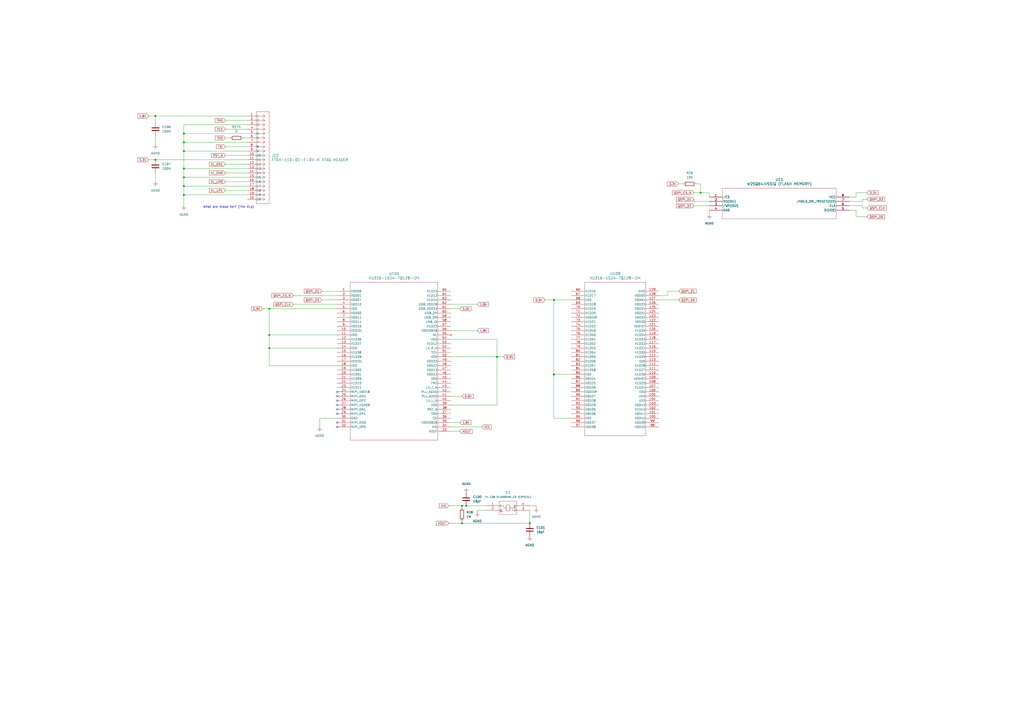
<source format=kicad_sch>
(kicad_sch (version 20231120) (generator "eeschema") (generator_version "8.0")
  (paper "A2")
  (title_block (title "XCORE") (company "Joshua Yu"))
  (lib_symbols
    (symbol "Device:C" (pin_numbers hide) (pin_names (offset 0.254))
      (property "Reference" "C" (at 0.635 2.54 0))
      (property "Value" "C" (at 0.635 -2.54 0))
      (symbol "C_0_1"
        (polyline (pts (xy -2.032 -0.762) (xy 2.032 -0.762)) (stroke (width 0.508)))
        (polyline (pts (xy -2.032 0.762) (xy 2.032 0.762)) (stroke (width 0.508)))
      )
      (symbol "C_1_1"
        (pin passive line (at 0 3.81 270) (length 2.794) (name "~") (number "1"))
        (pin passive line (at 0 -3.81 90) (length 2.794) (name "~") (number "2"))
      )
    )
    (symbol "Device:R" (pin_numbers hide) (pin_names (offset 0))
      (property "Reference" "R" (at 2.032 0 90))
      (property "Value" "R" (at 0 0 90))
      (symbol "R_0_1"
        (rectangle (start -1.016 -2.54) (end 1.016 2.54) (stroke (width 0.254)))
      )
      (symbol "R_1_1"
        (pin passive line (at 0 3.81 270) (length 1.27) (name "~") (number "1"))
        (pin passive line (at 0 -3.81 90) (length 1.27) (name "~") (number "2"))
      )
    )
    (symbol "SDLibrary:FA-238_24.0000MB-C0" (pin_names (offset 0.254))
      (property "Reference" "X" (at 12.7 7.62 0))
      (property "Value" "FA-238 24.0000MB-C0" (at 12.7 5.08 0))
      (symbol "FA-238_24.0000MB-C0_0_1"
        (polyline (pts (xy 7.62 -5.08) (xy 17.78 -5.08)) (stroke (width 0.127)))
        (polyline (pts (xy 7.62 -2.54) (xy 8.89 -2.54)) (stroke (width 0.127)))
        (polyline (pts (xy 7.62 2.54) (xy 7.62 -5.08)) (stroke (width 0.127)))
        (polyline (pts (xy 8.128 -3.302) (xy 9.652 -3.302)) (stroke (width 0.127)))
        (polyline (pts (xy 8.382 -3.556) (xy 9.398 -3.556)) (stroke (width 0.127)))
        (polyline (pts (xy 8.636 -3.81) (xy 9.144 -3.81)) (stroke (width 0.127)))
        (polyline (pts (xy 8.89 -2.54) (xy 8.89 -3.302)) (stroke (width 0.127)))
        (polyline (pts (xy 10.16 -1.27) (xy 10.16 0)) (stroke (width 0.127)))
        (polyline (pts (xy 10.16 0) (xy 7.62 0)) (stroke (width 0.127)))
        (polyline (pts (xy 11.43 -1.27) (xy 10.16 -1.27)) (stroke (width 0.127)))
        (polyline (pts (xy 11.43 0) (xy 11.43 -2.54)) (stroke (width 0.127)))
        (polyline (pts (xy 11.938 -3.048) (xy 13.462 -3.048)) (stroke (width 0.127)))
        (polyline (pts (xy 11.938 0.508) (xy 11.938 -3.048)) (stroke (width 0.127)))
        (polyline (pts (xy 13.462 -3.048) (xy 13.462 0.508)) (stroke (width 0.127)))
        (polyline (pts (xy 13.462 0.508) (xy 11.938 0.508)) (stroke (width 0.127)))
        (polyline (pts (xy 13.97 -1.27) (xy 15.24 -1.27)) (stroke (width 0.127)))
        (polyline (pts (xy 13.97 0) (xy 13.97 -2.54)) (stroke (width 0.127)))
        (polyline (pts (xy 15.24 -2.54) (xy 17.78 -2.54)) (stroke (width 0.127)))
        (polyline (pts (xy 15.24 -1.27) (xy 15.24 -2.54)) (stroke (width 0.127)))
        (polyline (pts (xy 16.51 0) (xy 16.51 -0.762)) (stroke (width 0.127)))
        (polyline (pts (xy 16.764 -1.27) (xy 16.256 -1.27)) (stroke (width 0.127)))
        (polyline (pts (xy 17.018 -1.016) (xy 16.002 -1.016)) (stroke (width 0.127)))
        (polyline (pts (xy 17.272 -0.762) (xy 15.748 -0.762)) (stroke (width 0.127)))
        (polyline (pts (xy 17.78 -5.08) (xy 17.78 2.54)) (stroke (width 0.127)))
        (polyline (pts (xy 17.78 0) (xy 16.51 0)) (stroke (width 0.127)))
        (polyline (pts (xy 17.78 2.54) (xy 7.62 2.54)) (stroke (width 0.127)))
        (pin unspecified line (at 0 0 0) (length 7.62) (name "1") (number "1"))
        (pin unspecified line (at 0 -2.54 0) (length 7.62) (name "2") (number "2"))
        (pin unspecified line (at 25.4 -2.54 180) (length 7.62) (name "3") (number "3"))
        (pin unspecified line (at 25.4 0 180) (length 7.62) (name "4") (number "4"))
      )
    )
    (symbol "SDLibrary:FTSH-110-01-F-DV-K" (pin_names (offset 0.254))
      (property "Reference" "J" (at 8.89 6.35 0))
      (property "Value" "FTSH-110-01-F-DV-K" (at 0 0 0))
      (symbol "FTSH-110-01-F-DV-K_0_1"
        (polyline (pts (xy 5.08 -50.8) (xy 12.7 -50.8)) (stroke (width 0.127)))
        (polyline (pts (xy 5.08 2.54) (xy 5.08 -50.8)) (stroke (width 0.127)))
        (polyline (pts (xy 10.16 -48.26) (xy 5.08 -48.26)) (stroke (width 0.127)))
        (polyline (pts (xy 10.16 -48.26) (xy 8.89 -49.1067)) (stroke (width 0.127)))
        (polyline (pts (xy 10.16 -48.26) (xy 8.89 -47.4133)) (stroke (width 0.127)))
        (polyline (pts (xy 10.16 -45.72) (xy 5.08 -45.72)) (stroke (width 0.127)))
        (polyline (pts (xy 10.16 -45.72) (xy 8.89 -46.5667)) (stroke (width 0.127)))
        (polyline (pts (xy 10.16 -45.72) (xy 8.89 -44.8733)) (stroke (width 0.127)))
        (polyline (pts (xy 10.16 -43.18) (xy 5.08 -43.18)) (stroke (width 0.127)))
        (polyline (pts (xy 10.16 -43.18) (xy 8.89 -44.0267)) (stroke (width 0.127)))
        (polyline (pts (xy 10.16 -43.18) (xy 8.89 -42.3333)) (stroke (width 0.127)))
        (polyline (pts (xy 10.16 -40.64) (xy 5.08 -40.64)) (stroke (width 0.127)))
        (polyline (pts (xy 10.16 -40.64) (xy 8.89 -41.4867)) (stroke (width 0.127)))
        (polyline (pts (xy 10.16 -40.64) (xy 8.89 -39.7933)) (stroke (width 0.127)))
        (polyline (pts (xy 10.16 -38.1) (xy 5.08 -38.1)) (stroke (width 0.127)))
        (polyline (pts (xy 10.16 -38.1) (xy 8.89 -38.9467)) (stroke (width 0.127)))
        (polyline (pts (xy 10.16 -38.1) (xy 8.89 -37.2533)) (stroke (width 0.127)))
        (polyline (pts (xy 10.16 -35.56) (xy 5.08 -35.56)) (stroke (width 0.127)))
        (polyline (pts (xy 10.16 -35.56) (xy 8.89 -36.4067)) (stroke (width 0.127)))
        (polyline (pts (xy 10.16 -35.56) (xy 8.89 -34.7133)) (stroke (width 0.127)))
        (polyline (pts (xy 10.16 -33.02) (xy 5.08 -33.02)) (stroke (width 0.127)))
        (polyline (pts (xy 10.16 -33.02) (xy 8.89 -33.8667)) (stroke (width 0.127)))
        (polyline (pts (xy 10.16 -33.02) (xy 8.89 -32.1733)) (stroke (width 0.127)))
        (polyline (pts (xy 10.16 -30.48) (xy 5.08 -30.48)) (stroke (width 0.127)))
        (polyline (pts (xy 10.16 -30.48) (xy 8.89 -31.3267)) (stroke (width 0.127)))
        (polyline (pts (xy 10.16 -30.48) (xy 8.89 -29.6333)) (stroke (width 0.127)))
        (polyline (pts (xy 10.16 -27.94) (xy 5.08 -27.94)) (stroke (width 0.127)))
        (polyline (pts (xy 10.16 -27.94) (xy 8.89 -28.7867)) (stroke (width 0.127)))
        (polyline (pts (xy 10.16 -27.94) (xy 8.89 -27.0933)) (stroke (width 0.127)))
        (polyline (pts (xy 10.16 -25.4) (xy 5.08 -25.4)) (stroke (width 0.127)))
        (polyline (pts (xy 10.16 -25.4) (xy 8.89 -26.2467)) (stroke (width 0.127)))
        (polyline (pts (xy 10.16 -25.4) (xy 8.89 -24.5533)) (stroke (width 0.127)))
        (polyline (pts (xy 10.16 -22.86) (xy 5.08 -22.86)) (stroke (width 0.127)))
        (polyline (pts (xy 10.16 -22.86) (xy 8.89 -23.7067)) (stroke (width 0.127)))
        (polyline (pts (xy 10.16 -22.86) (xy 8.89 -22.0133)) (stroke (width 0.127)))
        (polyline (pts (xy 10.16 -20.32) (xy 5.08 -20.32)) (stroke (width 0.127)))
        (polyline (pts (xy 10.16 -20.32) (xy 8.89 -21.1667)) (stroke (width 0.127)))
        (polyline (pts (xy 10.16 -20.32) (xy 8.89 -19.4733)) (stroke (width 0.127)))
        (polyline (pts (xy 10.16 -17.78) (xy 5.08 -17.78)) (stroke (width 0.127)))
        (polyline (pts (xy 10.16 -17.78) (xy 8.89 -18.6267)) (stroke (width 0.127)))
        (polyline (pts (xy 10.16 -17.78) (xy 8.89 -16.9333)) (stroke (width 0.127)))
        (polyline (pts (xy 10.16 -15.24) (xy 5.08 -15.24)) (stroke (width 0.127)))
        (polyline (pts (xy 10.16 -15.24) (xy 8.89 -16.0867)) (stroke (width 0.127)))
        (polyline (pts (xy 10.16 -15.24) (xy 8.89 -14.3933)) (stroke (width 0.127)))
        (polyline (pts (xy 10.16 -12.7) (xy 5.08 -12.7)) (stroke (width 0.127)))
        (polyline (pts (xy 10.16 -12.7) (xy 8.89 -13.5467)) (stroke (width 0.127)))
        (polyline (pts (xy 10.16 -12.7) (xy 8.89 -11.8533)) (stroke (width 0.127)))
        (polyline (pts (xy 10.16 -10.16) (xy 5.08 -10.16)) (stroke (width 0.127)))
        (polyline (pts (xy 10.16 -10.16) (xy 8.89 -11.0067)) (stroke (width 0.127)))
        (polyline (pts (xy 10.16 -10.16) (xy 8.89 -9.3133)) (stroke (width 0.127)))
        (polyline (pts (xy 10.16 -7.62) (xy 5.08 -7.62)) (stroke (width 0.127)))
        (polyline (pts (xy 10.16 -7.62) (xy 8.89 -8.4667)) (stroke (width 0.127)))
        (polyline (pts (xy 10.16 -7.62) (xy 8.89 -6.7733)) (stroke (width 0.127)))
        (polyline (pts (xy 10.16 -5.08) (xy 5.08 -5.08)) (stroke (width 0.127)))
        (polyline (pts (xy 10.16 -5.08) (xy 8.89 -5.9267)) (stroke (width 0.127)))
        (polyline (pts (xy 10.16 -5.08) (xy 8.89 -4.2333)) (stroke (width 0.127)))
        (polyline (pts (xy 10.16 -2.54) (xy 5.08 -2.54)) (stroke (width 0.127)))
        (polyline (pts (xy 10.16 -2.54) (xy 8.89 -3.3867)) (stroke (width 0.127)))
        (polyline (pts (xy 10.16 -2.54) (xy 8.89 -1.6933)) (stroke (width 0.127)))
        (polyline (pts (xy 10.16 0) (xy 5.08 0)) (stroke (width 0.127)))
        (polyline (pts (xy 10.16 0) (xy 8.89 -0.8467)) (stroke (width 0.127)))
        (polyline (pts (xy 10.16 0) (xy 8.89 0.8467)) (stroke (width 0.127)))
        (polyline (pts (xy 12.7 -50.8) (xy 12.7 2.54)) (stroke (width 0.127)))
        (polyline (pts (xy 12.7 2.54) (xy 5.08 2.54)) (stroke (width 0.127)))
        (pin unspecified line (at 0 0 0) (length 5.08) (name "1") (number "1"))
        (pin unspecified line (at 0 -22.86 0) (length 5.08) (name "10") (number "10"))
        (pin unspecified line (at 0 -25.4 0) (length 5.08) (name "11") (number "11"))
        (pin unspecified line (at 0 -27.94 0) (length 5.08) (name "12") (number "12"))
        (pin unspecified line (at 0 -30.48 0) (length 5.08) (name "13") (number "13"))
        (pin unspecified line (at 0 -33.02 0) (length 5.08) (name "14") (number "14"))
        (pin unspecified line (at 0 -35.56 0) (length 5.08) (name "15") (number "15"))
        (pin unspecified line (at 0 -38.1 0) (length 5.08) (name "16") (number "16"))
        (pin unspecified line (at 0 -40.64 0) (length 5.08) (name "17") (number "17"))
        (pin unspecified line (at 0 -43.18 0) (length 5.08) (name "18") (number "18"))
        (pin unspecified line (at 0 -45.72 0) (length 5.08) (name "19") (number "19"))
        (pin unspecified line (at 0 -2.54 0) (length 5.08) (name "2") (number "2"))
        (pin unspecified line (at 0 -48.26 0) (length 5.08) (name "20") (number "20"))
        (pin unspecified line (at 0 -5.08 0) (length 5.08) (name "3") (number "3"))
        (pin unspecified line (at 0 -7.62 0) (length 5.08) (name "4") (number "4"))
        (pin unspecified line (at 0 -10.16 0) (length 5.08) (name "5") (number "5"))
        (pin unspecified line (at 0 -12.7 0) (length 5.08) (name "6") (number "6"))
        (pin unspecified line (at 0 -15.24 0) (length 5.08) (name "7") (number "7"))
        (pin unspecified line (at 0 -17.78 0) (length 5.08) (name "8") (number "8"))
        (pin unspecified line (at 0 -20.32 0) (length 5.08) (name "9") (number "9"))
      )
    )
    (symbol "SDLibrary:W25Q64JVSSIQ" (pin_names (offset 0.254))
      (property "Reference" "U" (at 40.64 10.16 0))
      (property "Value" "W25Q64JVSSIQ" (at 40.64 7.62 0))
      (symbol "W25Q64JVSSIQ_0_1"
        (polyline (pts (xy 7.62 -12.7) (xy 73.66 -12.7)) (stroke (width 0.127)))
        (polyline (pts (xy 7.62 5.08) (xy 7.62 -12.7)) (stroke (width 0.127)))
        (polyline (pts (xy 73.66 -12.7) (xy 73.66 5.08)) (stroke (width 0.127)))
        (polyline (pts (xy 73.66 5.08) (xy 7.62 5.08)) (stroke (width 0.127)))
        (pin unspecified line (at 0 0 0) (length 7.62) (name "/CS") (number "1"))
        (pin unspecified line (at 0 -2.54 0) (length 7.62) (name "DO(IO1)") (number "2"))
        (pin unspecified line (at 0 -5.08 0) (length 7.62) (name "/WP(IO2)") (number "3"))
        (pin power_out line (at 0 -7.62 0) (length 7.62) (name "GND") (number "4"))
        (pin unspecified line (at 81.28 -7.62 180) (length 7.62) (name "DI(IO0)") (number "5"))
        (pin unspecified line (at 81.28 -5.08 180) (length 7.62) (name "CLK") (number "6"))
        (pin unspecified line (at 81.28 -2.54 180) (length 7.62) (name "/HOLD_OR_/RESET(IO3)") (number "7"))
        (pin power_in line (at 81.28 0 180) (length 7.62) (name "VCC") (number "8"))
      )
    )
    (symbol "SDLibrary:XU316-1024-TQ128-I24" (pin_names (offset 0.254))
      (property "Reference" "U" (at 33.02 10.16 0))
      (property "Value" "XU316-1024-TQ128-I24" (at 33.02 7.62 0))
      (symbol "XU316-1024-TQ128-I24_1_1"
        (polyline (pts (xy 7.62 -86.36) (xy 58.42 -86.36)) (stroke (width 0.127)))
        (polyline (pts (xy 7.62 5.08) (xy 7.62 -86.36)) (stroke (width 0.127)))
        (polyline (pts (xy 58.42 -86.36) (xy 58.42 5.08)) (stroke (width 0.127)))
        (polyline (pts (xy 58.42 5.08) (xy 7.62 5.08)) (stroke (width 0.127)))
        (pin bidirectional line (at 0 0 0) (length 7.62) (name "X0D06") (number "1"))
        (pin power_in line (at 0 -22.86 0) (length 7.62) (name "VDDIOL") (number "10"))
        (pin power_in line (at 0 -25.4 0) (length 7.62) (name "VDD") (number "11"))
        (pin bidirectional line (at 0 -27.94 0) (length 7.62) (name "X1D36") (number "12"))
        (pin bidirectional line (at 0 -30.48 0) (length 7.62) (name "X1D37") (number "13"))
        (pin power_in line (at 0 -33.02 0) (length 7.62) (name "VDD") (number "14"))
        (pin bidirectional line (at 0 -35.56 0) (length 7.62) (name "X1D38") (number "15"))
        (pin bidirectional line (at 0 -38.1 0) (length 7.62) (name "X1D39") (number "16"))
        (pin power_in line (at 0 -40.64 0) (length 7.62) (name "VDDIOL") (number "17"))
        (pin power_in line (at 0 -43.18 0) (length 7.62) (name "VDD") (number "18"))
        (pin bidirectional line (at 0 -45.72 0) (length 7.62) (name "X1D00") (number "19"))
        (pin bidirectional line (at 0 -2.54 0) (length 7.62) (name "X0D01") (number "2"))
        (pin bidirectional line (at 0 -48.26 0) (length 7.62) (name "X1D01") (number "20"))
        (pin bidirectional line (at 0 -50.8 0) (length 7.62) (name "X1D09") (number "21"))
        (pin bidirectional line (at 0 -53.34 0) (length 7.62) (name "X1D10") (number "22"))
        (pin bidirectional line (at 0 -55.88 0) (length 7.62) (name "X1D11") (number "23"))
        (pin power_in line (at 0 -58.42 0) (length 7.62) (name "MIPI_VDD18") (number "24"))
        (pin input line (at 0 -60.96 0) (length 7.62) (name "MIPI_DN2") (number "25"))
        (pin input line (at 0 -63.5 0) (length 7.62) (name "MIPI_DP2") (number "26"))
        (pin power_in line (at 0 -66.04 0) (length 7.62) (name "MIPI_VDD09") (number "27"))
        (pin input line (at 0 -68.58 0) (length 7.62) (name "MIPI_DN1") (number "28"))
        (pin input line (at 0 -71.12 0) (length 7.62) (name "MIPI_DP1") (number "29"))
        (pin bidirectional line (at 0 -5.08 0) (length 7.62) (name "X0D07") (number "3"))
        (pin power_out line (at 0 -73.66 0) (length 7.62) (name "GND") (number "30"))
        (pin input line (at 0 -76.2 0) (length 7.62) (name "MIPI_DN0") (number "31"))
        (pin input line (at 0 -78.74 0) (length 7.62) (name "MIPI_DP0") (number "32"))
        (pin output line (at 66.04 -81.28 180) (length 7.62) (name "XOUT") (number "33"))
        (pin input line (at 66.04 -78.74 180) (length 7.62) (name "XIN") (number "34"))
        (pin power_in line (at 66.04 -76.2 180) (length 7.62) (name "VDDIOB18") (number "35"))
        (pin input line (at 66.04 -73.66 180) (length 7.62) (name "TDI") (number "36"))
        (pin output line (at 66.04 -71.12 180) (length 7.62) (name "TDO") (number "37"))
        (pin input line (at 66.04 -68.58 180) (length 7.62) (name "RST_N") (number "38"))
        (pin power_in line (at 66.04 -66.04 180) (length 7.62) (name "VDD") (number "39"))
        (pin bidirectional line (at 0 -7.62 0) (length 7.62) (name "X0D10") (number "4"))
        (pin input line (at 66.04 -63.5 180) (length 7.62) (name "LV_L_N") (number "40"))
        (pin power_in line (at 66.04 -60.96 180) (length 7.62) (name "PLL_AVDD") (number "41"))
        (pin power_out line (at 66.04 -58.42 180) (length 7.62) (name "PLL_AGND") (number "42"))
        (pin input line (at 66.04 -55.88 180) (length 7.62) (name "LV_T_N") (number "43"))
        (pin input line (at 66.04 -53.34 180) (length 7.62) (name "TMS") (number "44"))
        (pin power_in line (at 66.04 -50.8 180) (length 7.62) (name "VDD") (number "45"))
        (pin bidirectional line (at 66.04 -48.26 180) (length 7.62) (name "X0D12") (number "46"))
        (pin bidirectional line (at 66.04 -45.72 180) (length 7.62) (name "X0D13") (number "47"))
        (pin bidirectional line (at 66.04 -43.18 180) (length 7.62) (name "X0D22") (number "48"))
        (pin bidirectional line (at 66.04 -40.64 180) (length 7.62) (name "X0D23") (number "49"))
        (pin power_in line (at 0 -10.16 0) (length 7.62) (name "VDD") (number "5"))
        (pin power_in line (at 66.04 -38.1 180) (length 7.62) (name "VDD") (number "50"))
        (pin input line (at 66.04 -35.56 180) (length 7.62) (name "TCK") (number "51"))
        (pin input line (at 66.04 -33.02 180) (length 7.62) (name "LV_R_N") (number "52"))
        (pin bidirectional line (at 66.04 -30.48 180) (length 7.62) (name "X1D12") (number "53"))
        (pin power_in line (at 66.04 -27.94 180) (length 7.62) (name "VDD") (number "54"))
        (pin no_connect line (at 66.04 -25.4 180) (length 7.62) (name "NC") (number "55"))
        (pin power_in line (at 66.04 -22.86 180) (length 7.62) (name "VDDIOB18") (number "56"))
        (pin bidirectional line (at 66.04 -20.32 180) (length 7.62) (name "X1D23") (number "57"))
        (pin input line (at 66.04 -17.78 180) (length 7.62) (name "USB_ID") (number "58"))
        (pin bidirectional line (at 66.04 -15.24 180) (length 7.62) (name "USB_DM") (number "59"))
        (pin bidirectional line (at 0 -12.7 0) (length 7.62) (name "X0D00") (number "6"))
        (pin bidirectional line (at 66.04 -12.7 180) (length 7.62) (name "USB_DP") (number "60"))
        (pin power_in line (at 66.04 -10.16 180) (length 7.62) (name "USB_VDD33") (number "61"))
        (pin power_in line (at 66.04 -7.62 180) (length 7.62) (name "USB_VDD18") (number "62"))
        (pin bidirectional line (at 66.04 -5.08 180) (length 7.62) (name "X1D14") (number "63"))
        (pin bidirectional line (at 66.04 -2.54 180) (length 7.62) (name "X1D13") (number "64"))
        (pin bidirectional line (at 66.04 0 180) (length 7.62) (name "X1D15") (number "65"))
        (pin bidirectional line (at 0 -15.24 0) (length 7.62) (name "X0D11") (number "7"))
        (pin bidirectional line (at 0 -17.78 0) (length 7.62) (name "X0D14") (number "8"))
        (pin bidirectional line (at 0 -20.32 0) (length 7.62) (name "X0D16") (number "9"))
      )
      (symbol "XU316-1024-TQ128-I24_2_1"
        (polyline (pts (xy 7.62 -83.82) (xy 43.18 -83.82)) (stroke (width 0.127)))
        (polyline (pts (xy 7.62 5.08) (xy 7.62 -83.82)) (stroke (width 0.127)))
        (polyline (pts (xy 43.18 -83.82) (xy 43.18 5.08)) (stroke (width 0.127)))
        (polyline (pts (xy 43.18 5.08) (xy 7.62 5.08)) (stroke (width 0.127)))
        (pin bidirectional line (at 50.8 -73.66 180) (length 7.62) (name "X0D42") (number "100"))
        (pin bidirectional line (at 50.8 -71.12 180) (length 7.62) (name "X0D41") (number "101"))
        (pin bidirectional line (at 50.8 -68.58 180) (length 7.62) (name "X1D43") (number "102"))
        (pin bidirectional line (at 50.8 -66.04 180) (length 7.62) (name "X0D43") (number "103"))
        (pin power_in line (at 50.8 -63.5 180) (length 7.62) (name "VDD") (number "104"))
        (pin power_in line (at 50.8 -60.96 180) (length 7.62) (name "VDD") (number "105"))
        (pin power_in line (at 50.8 -58.42 180) (length 7.62) (name "VDD") (number "106"))
        (pin bidirectional line (at 50.8 -55.88 180) (length 7.62) (name "X1D24") (number "107"))
        (pin bidirectional line (at 50.8 -53.34 180) (length 7.62) (name "X1D25") (number "108"))
        (pin power_in line (at 50.8 -50.8 180) (length 7.62) (name "VDDIOT") (number "109"))
        (pin bidirectional line (at 50.8 -48.26 180) (length 7.62) (name "X1D26") (number "110"))
        (pin bidirectional line (at 50.8 -45.72 180) (length 7.62) (name "X1D27") (number "111"))
        (pin bidirectional line (at 50.8 -43.18 180) (length 7.62) (name "X1D28") (number "112"))
        (pin power_in line (at 50.8 -40.64 180) (length 7.62) (name "VDD") (number "113"))
        (pin bidirectional line (at 50.8 -38.1 180) (length 7.62) (name "X1D29") (number "114"))
        (pin bidirectional line (at 50.8 -35.56 180) (length 7.62) (name "X1D30") (number "115"))
        (pin bidirectional line (at 50.8 -33.02 180) (length 7.62) (name "X1D31") (number "116"))
        (pin bidirectional line (at 50.8 -30.48 180) (length 7.62) (name "X1D32") (number "117"))
        (pin bidirectional line (at 50.8 -27.94 180) (length 7.62) (name "X1D33") (number "118"))
        (pin bidirectional line (at 50.8 -25.4 180) (length 7.62) (name "X1D34") (number "119"))
        (pin bidirectional line (at 50.8 -22.86 180) (length 7.62) (name "X1D35") (number "120"))
        (pin power_in line (at 50.8 -20.32 180) (length 7.62) (name "VDDIOT") (number "121"))
        (pin bidirectional line (at 50.8 -17.78 180) (length 7.62) (name "X0D30") (number "122"))
        (pin bidirectional line (at 50.8 -15.24 180) (length 7.62) (name "X0D32") (number "123"))
        (pin bidirectional line (at 50.8 -12.7 180) (length 7.62) (name "X0D31") (number "124"))
        (pin bidirectional line (at 50.8 -10.16 180) (length 7.62) (name "X0D34") (number "125"))
        (pin bidirectional line (at 50.8 -7.62 180) (length 7.62) (name "X0D33") (number "126"))
        (pin bidirectional line (at 50.8 -5.08 180) (length 7.62) (name "X0D04") (number "127"))
        (pin bidirectional line (at 50.8 -2.54 180) (length 7.62) (name "X0D05") (number "128"))
        (pin power_out line (at 50.8 0 180) (length 7.62) (name "GND") (number "129"))
        (pin bidirectional line (at 0 0 0) (length 7.62) (name "X1D16") (number "66"))
        (pin bidirectional line (at 0 -2.54 0) (length 7.62) (name "X1D17") (number "67"))
        (pin power_in line (at 0 -5.08 0) (length 7.62) (name "VDD") (number "68"))
        (pin bidirectional line (at 0 -7.62 0) (length 7.62) (name "X1D18") (number "69"))
        (pin bidirectional line (at 0 -10.16 0) (length 7.62) (name "X1D19") (number "70"))
        (pin bidirectional line (at 0 -12.7 0) (length 7.62) (name "X1D20") (number "71"))
        (pin power_in line (at 0 -15.24 0) (length 7.62) (name "VDDIOR") (number "72"))
        (pin bidirectional line (at 0 -17.78 0) (length 7.62) (name "X1D21") (number "73"))
        (pin bidirectional line (at 0 -20.32 0) (length 7.62) (name "X1D22") (number "74"))
        (pin bidirectional line (at 0 -22.86 0) (length 7.62) (name "X1D49") (number "75"))
        (pin bidirectional line (at 0 -25.4 0) (length 7.62) (name "X1D50") (number "76"))
        (pin bidirectional line (at 0 -27.94 0) (length 7.62) (name "X1D51") (number "77"))
        (pin bidirectional line (at 0 -30.48 0) (length 7.62) (name "X1D52") (number "78"))
        (pin bidirectional line (at 0 -33.02 0) (length 7.62) (name "X1D53") (number "79"))
        (pin bidirectional line (at 0 -35.56 0) (length 7.62) (name "X1D54") (number "80"))
        (pin bidirectional line (at 0 -38.1 0) (length 7.62) (name "X1D55") (number "81"))
        (pin bidirectional line (at 0 -40.64 0) (length 7.62) (name "X1D56") (number "82"))
        (pin bidirectional line (at 0 -43.18 0) (length 7.62) (name "X1D57") (number "83"))
        (pin bidirectional line (at 0 -45.72 0) (length 7.62) (name "X1D58") (number "84"))
        (pin power_in line (at 0 -48.26 0) (length 7.62) (name "VDD") (number "85"))
        (pin bidirectional line (at 0 -50.8 0) (length 7.62) (name "X0D24") (number "86"))
        (pin bidirectional line (at 0 -53.34 0) (length 7.62) (name "X0D25") (number "87"))
        (pin bidirectional line (at 0 -55.88 0) (length 7.62) (name "X0D26") (number "88"))
        (pin power_in line (at 0 -58.42 0) (length 7.62) (name "VDDIOR") (number "89"))
        (pin bidirectional line (at 0 -60.96 0) (length 7.62) (name "X0D27") (number "90"))
        (pin bidirectional line (at 0 -63.5 0) (length 7.62) (name "X0D28") (number "91"))
        (pin bidirectional line (at 0 -66.04 0) (length 7.62) (name "X0D29") (number "92"))
        (pin bidirectional line (at 0 -68.58 0) (length 7.62) (name "X0D35") (number "93"))
        (pin bidirectional line (at 0 -71.12 0) (length 7.62) (name "X0D36") (number "94"))
        (pin power_in line (at 0 -73.66 0) (length 7.62) (name "VDD") (number "95"))
        (pin bidirectional line (at 0 -76.2 0) (length 7.62) (name "X0D37") (number "96"))
        (pin bidirectional line (at 0 -78.74 0) (length 7.62) (name "X0D38") (number "97"))
        (pin bidirectional line (at 50.8 -78.74 180) (length 7.62) (name "X0D40") (number "98"))
        (pin bidirectional line (at 50.8 -76.2 180) (length 7.62) (name "X0D39") (number "99"))
      )
    )
    (symbol "power:Earth" (power) (pin_numbers hide) (pin_names (offset 0) hide)
      (property "Value" "Earth" (at 0 -3.81 0))
      (symbol "Earth_0_1"
        (polyline (pts (xy -0.635 -1.905) (xy 0.635 -1.905)))
        (polyline (pts (xy -0.127 -2.54) (xy 0.127 -2.54)))
        (polyline (pts (xy 0 -1.27) (xy 0 0)))
        (polyline (pts (xy 1.27 -1.27) (xy -1.27 -1.27)))
      )
      (symbol "Earth_1_1"
        (pin power_in line (at 0 0 270) (length 0) (name "~") (number "1"))
      )
    )
  )
  (junction (at 90.17 92.71))
  (junction (at 406.4 111.76))
  (junction (at 106.68 82.55))
  (junction (at 90.17 67.31))
  (junction (at 307.34 303.53))
  (junction (at 156.21 201.93))
  (junction (at 156.21 194.31))
  (junction (at 106.68 97.79))
  (junction (at 106.68 87.63))
  (junction (at 106.68 113.03))
  (junction (at 321.31 173.99))
  (junction (at 106.68 107.95))
  (junction (at 288.29 207.01))
  (junction (at 267.97 303.53))
  (junction (at 270.51 293.37))
  (junction (at 106.68 102.87))
  (junction (at 321.31 217.17))
  (junction (at 106.68 77.47))
  (junction (at 156.21 179.07))
  (junction (at 267.97 293.37))
  (no_connect (at 195.58 240.03))
  (no_connect (at 195.58 237.49))
  (no_connect (at 195.58 227.33))
  (no_connect (at 195.58 247.65))
  (no_connect (at 195.58 229.87))
  (no_connect (at 195.58 232.41))
  (no_connect (at 195.58 234.95))
  (no_connect (at 195.58 245.11))
  (wire (pts (xy 170.18 176.53) (xy 195.58 176.53)))
  (wire (pts (xy 288.29 234.95) (xy 288.29 207.01)))
  (wire (pts (xy 186.69 173.99) (xy 195.58 173.99)))
  (wire (pts (xy 288.29 196.85) (xy 288.29 207.01)))
  (wire (pts (xy 106.68 87.63) (xy 143.51 87.63)))
  (wire (pts (xy 186.69 168.91) (xy 195.58 168.91)))
  (wire (pts (xy 267.97 293.37) (xy 270.51 293.37)))
  (wire (pts (xy 156.21 194.31) (xy 195.58 194.31)))
  (wire (pts (xy 260.35 293.37) (xy 267.97 293.37)))
  (wire (pts (xy 260.35 303.53) (xy 267.97 303.53)))
  (wire (pts (xy 331.47 217.17) (xy 321.31 217.17)))
  (wire (pts (xy 406.4 111.76) (xy 411.48 111.76)))
  (wire (pts (xy 130.81 105.41) (xy 143.51 105.41)))
  (wire (pts (xy 130.81 95.25) (xy 143.51 95.25)))
  (wire (pts (xy 496.57 111.76) (xy 502.92 111.76)))
  (wire (pts (xy 156.21 194.31) (xy 156.21 201.93)))
  (wire (pts (xy 106.68 107.95) (xy 106.68 113.03)))
  (wire (pts (xy 261.62 179.07) (xy 266.7 179.07)))
  (wire (pts (xy 492.76 121.92) (xy 496.57 121.92)))
  (wire (pts (xy 130.81 90.17) (xy 143.51 90.17)))
  (wire (pts (xy 156.21 201.93) (xy 195.58 201.93)))
  (wire (pts (xy 106.68 97.79) (xy 143.51 97.79)))
  (wire (pts (xy 267.97 293.37) (xy 267.97 294.64)))
  (wire (pts (xy 261.62 191.77) (xy 276.86 191.77)))
  (wire (pts (xy 143.51 72.39) (xy 106.68 72.39)))
  (wire (pts (xy 185.42 242.57) (xy 185.42 247.65)))
  (wire (pts (xy 106.68 87.63) (xy 106.68 97.79)))
  (wire (pts (xy 86.36 92.71) (xy 90.17 92.71)))
  (wire (pts (xy 500.38 120.65) (xy 502.92 120.65)))
  (wire (pts (xy 90.17 67.31) (xy 143.51 67.31)))
  (wire (pts (xy 387.35 168.91) (xy 387.35 171.45)))
  (wire (pts (xy 261.62 176.53) (xy 276.86 176.53)))
  (wire (pts (xy 288.29 207.01) (xy 292.1 207.01)))
  (wire (pts (xy 316.23 173.99) (xy 321.31 173.99)))
  (wire (pts (xy 106.68 72.39) (xy 106.68 77.47)))
  (wire (pts (xy 492.76 114.3) (xy 496.57 114.3)))
  (wire (pts (xy 270.51 293.37) (xy 281.94 293.37)))
  (wire (pts (xy 261.62 245.11) (xy 266.7 245.11)))
  (wire (pts (xy 307.34 293.37) (xy 311.15 293.37)))
  (wire (pts (xy 156.21 201.93) (xy 156.21 212.09)))
  (wire (pts (xy 500.38 115.57) (xy 502.92 115.57)))
  (wire (pts (xy 402.59 115.57) (xy 402.59 116.84)))
  (wire (pts (xy 90.17 92.71) (xy 143.51 92.71)))
  (wire (pts (xy 393.7 168.91) (xy 387.35 168.91)))
  (wire (pts (xy 261.62 229.87) (xy 267.97 229.87)))
  (wire (pts (xy 152.4 179.07) (xy 156.21 179.07)))
  (wire (pts (xy 496.57 125.73) (xy 502.92 125.73)))
  (wire (pts (xy 276.86 295.91) (xy 281.94 295.91)))
  (wire (pts (xy 411.48 111.76) (xy 411.48 114.3)))
  (wire (pts (xy 382.27 173.99) (xy 393.7 173.99)))
  (wire (pts (xy 86.36 67.31) (xy 90.17 67.31)))
  (wire (pts (xy 90.17 78.74) (xy 90.17 83.82)))
  (wire (pts (xy 261.62 207.01) (xy 288.29 207.01)))
  (wire (pts (xy 307.34 303.53) (xy 307.34 295.91)))
  (wire (pts (xy 496.57 121.92) (xy 496.57 125.73)))
  (wire (pts (xy 492.76 119.38) (xy 500.38 119.38)))
  (wire (pts (xy 321.31 173.99) (xy 331.47 173.99)))
  (wire (pts (xy 402.59 116.84) (xy 411.48 116.84)))
  (wire (pts (xy 403.86 106.68) (xy 406.4 106.68)))
  (wire (pts (xy 106.68 102.87) (xy 106.68 107.95)))
  (wire (pts (xy 106.68 77.47) (xy 143.51 77.47)))
  (wire (pts (xy 156.21 179.07) (xy 156.21 194.31)))
  (wire (pts (xy 261.62 196.85) (xy 288.29 196.85)))
  (wire (pts (xy 106.68 77.47) (xy 106.68 82.55)))
  (wire (pts (xy 321.31 242.57) (xy 321.31 217.17)))
  (wire (pts (xy 143.51 82.55) (xy 106.68 82.55)))
  (wire (pts (xy 156.21 179.07) (xy 195.58 179.07)))
  (wire (pts (xy 106.68 82.55) (xy 106.68 87.63)))
  (wire (pts (xy 130.81 100.33) (xy 143.51 100.33)))
  (wire (pts (xy 195.58 242.57) (xy 185.42 242.57)))
  (wire (pts (xy 170.18 171.45) (xy 195.58 171.45)))
  (wire (pts (xy 106.68 107.95) (xy 143.51 107.95)))
  (wire (pts (xy 106.68 113.03) (xy 143.51 113.03)))
  (wire (pts (xy 406.4 111.76) (xy 406.4 106.68)))
  (wire (pts (xy 411.48 121.92) (xy 411.48 124.46)))
  (wire (pts (xy 143.51 102.87) (xy 106.68 102.87)))
  (wire (pts (xy 106.68 97.79) (xy 106.68 102.87)))
  (wire (pts (xy 90.17 100.33) (xy 90.17 105.41)))
  (wire (pts (xy 393.7 106.68) (xy 396.24 106.68)))
  (wire (pts (xy 261.62 250.19) (xy 266.7 250.19)))
  (wire (pts (xy 500.38 116.84) (xy 500.38 115.57)))
  (wire (pts (xy 276.86 295.91) (xy 276.86 297.18)))
  (wire (pts (xy 106.68 113.03) (xy 106.68 119.38)))
  (wire (pts (xy 156.21 212.09) (xy 195.58 212.09)))
  (wire (pts (xy 130.81 110.49) (xy 143.51 110.49)))
  (wire (pts (xy 261.62 247.65) (xy 279.4 247.65)))
  (wire (pts (xy 140.97 80.01) (xy 143.51 80.01)))
  (wire (pts (xy 90.17 67.31) (xy 90.17 71.12)))
  (wire (pts (xy 402.59 111.76) (xy 406.4 111.76)))
  (wire (pts (xy 331.47 242.57) (xy 321.31 242.57)))
  (wire (pts (xy 130.81 69.85) (xy 143.51 69.85)))
  (wire (pts (xy 130.81 80.01) (xy 133.35 80.01)))
  (wire (pts (xy 130.81 85.09) (xy 143.51 85.09)))
  (wire (pts (xy 130.81 74.93) (xy 143.51 74.93)))
  (wire (pts (xy 311.15 293.37) (xy 311.15 294.64)))
  (wire (pts (xy 267.97 302.26) (xy 267.97 303.53)))
  (wire (pts (xy 321.31 217.17) (xy 321.31 173.99)))
  (wire (pts (xy 496.57 114.3) (xy 496.57 111.76)))
  (wire (pts (xy 492.76 116.84) (xy 500.38 116.84)))
  (wire (pts (xy 267.97 303.53) (xy 307.34 303.53)))
  (wire (pts (xy 500.38 119.38) (xy 500.38 120.65)))
  (wire (pts (xy 387.35 171.45) (xy 382.27 171.45)))
  (wire (pts (xy 261.62 234.95) (xy 288.29 234.95)))
  (wire (pts (xy 402.59 119.38) (xy 411.48 119.38)))
  (text "What are these for? (The XLs)" (at 132.588 120.142 0) (effects (font (size 1.27 1.27))))
  (global_label "TMS" (shape input) (at 130.81 69.85 180) (property "Intersheetrefs" "${INTERSHEET_REFS}" (effects (hide yes))))
  (global_label "TCK" (shape input) (at 130.81 74.93 180) (property "Intersheetrefs" "${INTERSHEET_REFS}" (effects (hide yes))))
  (global_label "XL_DN0" (shape input) (at 130.81 100.33 180) (property "Intersheetrefs" "${INTERSHEET_REFS}" (effects (hide yes))))
  (global_label "TDI" (shape input) (at 130.81 85.09 180) (property "Intersheetrefs" "${INTERSHEET_REFS}" (effects (hide yes))))
  (global_label "1.8V" (shape input) (at 276.86 191.77 0) (property "Intersheetrefs" "${INTERSHEET_REFS}" (effects (hide yes))))
  (global_label "QSPI_CLK" (shape input) (at 170.18 176.53 180) (property "Intersheetrefs" "${INTERSHEET_REFS}" (effects (hide yes))))
  (global_label "RST_N" (shape input) (at 130.81 90.17 180) (property "Intersheetrefs" "${INTERSHEET_REFS}" (effects (hide yes))))
  (global_label "XOUT" (shape input) (at 260.35 303.53 180) (property "Intersheetrefs" "${INTERSHEET_REFS}" (effects (hide yes))))
  (global_label "TDO" (shape input) (at 130.81 80.01 180) (property "Intersheetrefs" "${INTERSHEET_REFS}" (effects (hide yes))))
  (global_label "3.3V" (shape input) (at 86.36 92.71 180) (property "Intersheetrefs" "${INTERSHEET_REFS}" (effects (hide yes))))
  (global_label "1.8V" (shape input) (at 86.36 67.31 180) (property "Intersheetrefs" "${INTERSHEET_REFS}" (effects (hide yes))))
  (global_label "XL_UP0" (shape input) (at 130.81 105.41 180) (property "Intersheetrefs" "${INTERSHEET_REFS}" (effects (hide yes))))
  (global_label "QSPI_CS_N" (shape input) (at 402.59 111.76 180) (property "Intersheetrefs" "${INTERSHEET_REFS}" (effects (hide yes))))
  (global_label "3.3V" (shape input) (at 502.92 111.76 0) (property "Intersheetrefs" "${INTERSHEET_REFS}" (effects (hide yes))))
  (global_label "QSPI_CLK" (shape input) (at 502.92 120.65 0) (property "Intersheetrefs" "${INTERSHEET_REFS}" (effects (hide yes))))
  (global_label "1.8V" (shape input) (at 266.7 245.11 0) (property "Intersheetrefs" "${INTERSHEET_REFS}" (effects (hide yes))))
  (global_label "0.9V" (shape input) (at 267.97 229.87 0) (property "Intersheetrefs" "${INTERSHEET_REFS}" (effects (hide yes))))
  (global_label "XL_UP1" (shape input) (at 130.81 110.49 180) (property "Intersheetrefs" "${INTERSHEET_REFS}" (effects (hide yes))))
  (global_label "XIN" (shape input) (at 279.4 247.65 0) (property "Intersheetrefs" "${INTERSHEET_REFS}" (effects (hide yes))))
  (global_label "QSPI_CS_N" (shape input) (at 170.18 171.45 180) (property "Intersheetrefs" "${INTERSHEET_REFS}" (effects (hide yes))))
  (global_label "XIN" (shape input) (at 260.35 293.37 180) (property "Intersheetrefs" "${INTERSHEET_REFS}" (effects (hide yes))))
  (global_label "QSPI_D1" (shape input) (at 393.7 168.91 0) (property "Intersheetrefs" "${INTERSHEET_REFS}" (effects (hide yes))))
  (global_label "QSPI_D2" (shape input) (at 402.59 119.38 180) (property "Intersheetrefs" "${INTERSHEET_REFS}" (effects (hide yes))))
  (global_label "XL_DN1" (shape input) (at 130.81 95.25 180) (property "Intersheetrefs" "${INTERSHEET_REFS}" (effects (hide yes))))
  (global_label "QSPI_D3" (shape input) (at 502.92 115.57 0) (property "Intersheetrefs" "${INTERSHEET_REFS}" (effects (hide yes))))
  (global_label "QSPI_D0" (shape input) (at 393.7 173.99 0) (property "Intersheetrefs" "${INTERSHEET_REFS}" (effects (hide yes))))
  (global_label "3.3V" (shape input) (at 393.7 106.68 180) (property "Intersheetrefs" "${INTERSHEET_REFS}" (effects (hide yes))))
  (global_label "QSPI_D2" (shape input) (at 186.69 168.91 180) (property "Intersheetrefs" "${INTERSHEET_REFS}" (effects (hide yes))))
  (global_label "0.9V" (shape input) (at 292.1 207.01 0) (property "Intersheetrefs" "${INTERSHEET_REFS}" (effects (hide yes))))
  (global_label "QSPI_D0" (shape input) (at 502.92 125.73 0) (property "Intersheetrefs" "${INTERSHEET_REFS}" (effects (hide yes))))
  (global_label "3.3V" (shape input) (at 266.7 179.07 0) (property "Intersheetrefs" "${INTERSHEET_REFS}" (effects (hide yes))))
  (global_label "QSPI_D3" (shape input) (at 186.69 173.99 180) (property "Intersheetrefs" "${INTERSHEET_REFS}" (effects (hide yes))))
  (global_label "XOUT" (shape input) (at 266.7 250.19 0) (property "Intersheetrefs" "${INTERSHEET_REFS}" (effects (hide yes))))
  (global_label "0.9V" (shape input) (at 152.4 179.07 180) (property "Intersheetrefs" "${INTERSHEET_REFS}" (effects (hide yes))))
  (global_label "1.8V" (shape input) (at 276.86 176.53 0) (property "Intersheetrefs" "${INTERSHEET_REFS}" (effects (hide yes))))
  (global_label "QSPI_D1" (shape input) (at 402.59 115.57 180) (property "Intersheetrefs" "${INTERSHEET_REFS}" (effects (hide yes))))
  (global_label "0.9V" (shape input) (at 316.23 173.99 180) (property "Intersheetrefs" "${INTERSHEET_REFS}" (effects (hide yes))))
  (symbol (lib_id "Device:C") (at 270.51 289.56 0) (unit 1)
    (property "Reference" "C100" (at 274.32 288.2899 0) (effects (justify left)))
    (property "Value" "18pF" (at 274.32 290.8299 0) (effects (justify left)))
    (property "Footprint" "Capacitor_SMD:C_0402_1005Metric" (effects (hide yes)))
    (property "Description" "Unpolarized capacitor" (effects (hide yes)))
  )
  (symbol (lib_id "SDLibrary:FA-238_24.0000MB-C0") (at 281.94 293.37 0) (unit 1)
    (property "Reference" "X1" (at 294.64 285.75 0) (effects (font (size 1.524 1.524))))
    (property "Value" "FA-238 24.0000MB-C0 (CRYSTAL)" (at 294.64 288.29 0) (effects (font (size 1.016 1.016))))
    (property "Footprint" "FA-238_EPS" (effects (hide yes)))
    (property "Datasheet" "FA-238 24.0000MB-C0" (effects (hide yes)))
  )
  (symbol (lib_id "power:Earth") (at 411.48 124.46 0) (unit 1)
    (property "Reference" "#PWR0101" (effects (hide yes)))
    (property "Value" "AGND" (at 411.48 129.54 0))
    (property "Description" "Power symbol creates a global label with name \"Earth\"" (effects (hide yes)))
  )
  (symbol (lib_id "Device:C") (at 90.17 96.52 0) (unit 1)
    (property "Reference" "C197" (at 93.98 95.2499 0) (effects (justify left)))
    (property "Value" "100N" (at 93.98 97.7899 0) (effects (justify left)))
    (property "Footprint" "Capacitor_SMD:C_0402_1005Metric" (effects (hide yes)))
    (property "Description" "Unpolarized capacitor" (effects (hide yes)))
  )
  (symbol (lib_id "SDLibrary:XU316-1024-TQ128-I24") (at 331.47 168.91 0) (unit 2)
    (property "Reference" "U10" (at 356.87 158.75 0) (effects (font (size 1.524 1.524))))
    (property "Value" "XU316-1024-TQ128-I24" (at 356.87 161.29 0) (effects (font (size 1.524 1.524))))
    (property "Footprint" "SamacSys_Parts:TQFP128_196X196_XMO" (effects (hide yes)))
    (property "Datasheet" "XU316-1024-TQ128-I24" (effects (hide yes)))
  )
  (symbol (lib_id "Device:C") (at 90.17 74.93 0) (unit 1)
    (property "Reference" "C196" (at 93.98 73.6599 0) (effects (justify left)))
    (property "Value" "100N" (at 93.98 76.1999 0) (effects (justify left)))
    (property "Footprint" "Capacitor_SMD:C_0402_1005Metric" (effects (hide yes)))
    (property "Description" "Unpolarized capacitor" (effects (hide yes)))
  )
  (symbol (lib_id "power:Earth") (at 90.17 105.41 0) (unit 1)
    (property "Reference" "#PWR0198" (effects (hide yes)))
    (property "Value" "AGND" (at 90.17 110.49 0))
    (property "Description" "Power symbol creates a global label with name \"Earth\"" (effects (hide yes)))
  )
  (symbol (lib_id "Device:R") (at 400.05 106.68 90) (unit 1)
    (property "Reference" "R29" (at 400.05 100.33 90))
    (property "Value" "10K" (at 400.05 102.87 90))
    (property "Footprint" "Resistor_SMD:R_0805_2012Metric" (effects (hide yes)))
    (property "Description" "Resistor" (effects (hide yes)))
  )
  (symbol (lib_id "SDLibrary:FTSH-110-01-F-DV-K") (at 143.51 67.31 0) (unit 1)
    (property "Reference" "J22" (at 157.48 90.1699 0) (effects (font (size 1.524 1.524)) (justify left)))
    (property "Value" "FTSH-110-01-F-DV-K XTAG HEADER" (at 157.48 92.7099 0) (effects (font (size 1.524 1.524)) (justify left)))
    (property "Footprint" "CON20_2X10_DUK_FTSH_SAI" (effects (hide yes)))
    (property "Datasheet" "FTSH-110-01-F-DV-K" (effects (hide yes)))
  )
  (symbol (lib_id "power:Earth") (at 90.17 83.82 0) (unit 1)
    (property "Reference" "#PWR0197" (effects (hide yes)))
    (property "Value" "AGND" (at 90.17 88.9 0))
    (property "Description" "Power symbol creates a global label with name \"Earth\"" (effects (hide yes)))
  )
  (symbol (lib_id "Device:R") (at 137.16 80.01 90) (unit 1)
    (property "Reference" "R174" (at 137.16 73.66 90))
    (property "Value" "0" (at 137.16 76.2 90))
    (property "Description" "Resistor" (effects (hide yes)))
  )
  (symbol (lib_id "SDLibrary:W25Q64JVSSIQ") (at 411.48 114.3 0) (unit 1)
    (property "Reference" "U11" (at 452.12 104.14 0) (effects (font (size 1.524 1.524))))
    (property "Value" "W25Q64JVSSIQ (FLASH MEMORY)" (at 452.12 106.68 0) (effects (font (size 1.524 1.524))))
    (property "Footprint" "SamacSys_Parts:SOIC-8_5P28X5P28_WIN" (effects (hide yes)))
    (property "Datasheet" "W25Q64JVSSIQ" (effects (hide yes)))
  )
  (symbol (lib_id "SDLibrary:XU316-1024-TQ128-I24") (at 195.58 168.91 0) (unit 1)
    (property "Reference" "U10" (at 228.6 158.75 0) (effects (font (size 1.524 1.524))))
    (property "Value" "XU316-1024-TQ128-I24" (at 228.6 161.29 0) (effects (font (size 1.524 1.524))))
    (property "Footprint" "SamacSys_Parts:TQFP128_196X196_XMO" (effects (hide yes)))
    (property "Datasheet" "XU316-1024-TQ128-I24" (effects (hide yes)))
  )
  (symbol (lib_id "power:Earth") (at 185.42 247.65 0) (unit 1)
    (property "Reference" "#PWR0199" (effects (hide yes)))
    (property "Value" "AGND" (at 185.42 252.73 0))
    (property "Description" "Power symbol creates a global label with name \"Earth\"" (effects (hide yes)))
  )
  (symbol (lib_id "power:Earth") (at 276.86 297.18 0) (unit 1)
    (property "Reference" "#PWR0104" (effects (hide yes)))
    (property "Value" "AGND" (at 276.86 302.26 0))
    (property "Description" "Power symbol creates a global label with name \"Earth\"" (effects (hide yes)))
  )
  (symbol (lib_id "power:Earth") (at 106.68 119.38 0) (unit 1)
    (property "Reference" "#PWR0196" (effects (hide yes)))
    (property "Value" "AGND" (at 106.68 124.46 0))
    (property "Description" "Power symbol creates a global label with name \"Earth\"" (effects (hide yes)))
  )
  (symbol (lib_id "power:Earth") (at 270.51 285.75 180) (unit 1)
    (property "Reference" "#PWR0105" (effects (hide yes)))
    (property "Value" "AGND" (at 270.51 280.67 0))
    (property "Description" "AGND NET" (effects (hide yes)))
  )
  (symbol (lib_id "Device:R") (at 267.97 298.45 0) (unit 1)
    (property "Reference" "R28" (at 270.51 297.1799 0) (effects (justify left)))
    (property "Value" "1M" (at 270.51 299.7199 0) (effects (justify left)))
    (property "Footprint" "Resistor_SMD:R_0805_2012Metric" (effects (hide yes)))
    (property "Description" "Resistor" (effects (hide yes)))
  )
  (symbol (lib_id "power:Earth") (at 311.15 294.64 0) (unit 1)
    (property "Reference" "#PWR0103" (effects (hide yes)))
    (property "Value" "AGND" (at 311.15 299.72 0))
    (property "Description" "Power symbol creates a global label with name \"Earth\"" (effects (hide yes)))
  )
  (symbol (lib_id "power:Earth") (at 307.34 311.15 0) (unit 1)
    (property "Reference" "#PWR0102" (effects (hide yes)))
    (property "Value" "AGND" (at 307.34 316.23 0))
    (property "Description" "Power symbol creates a global label with name \"Earth\"" (effects (hide yes)))
  )
  (symbol (lib_id "Device:C") (at 307.34 307.34 0) (unit 1)
    (property "Reference" "C101" (at 311.15 306.0699 0) (effects (justify left)))
    (property "Value" "18pF" (at 311.15 308.6099 0) (effects (justify left)))
    (property "Footprint" "Capacitor_SMD:C_0402_1005Metric" (effects (hide yes)))
    (property "Description" "Unpolarized capacitor" (effects (hide yes)))
  )
)
</source>
